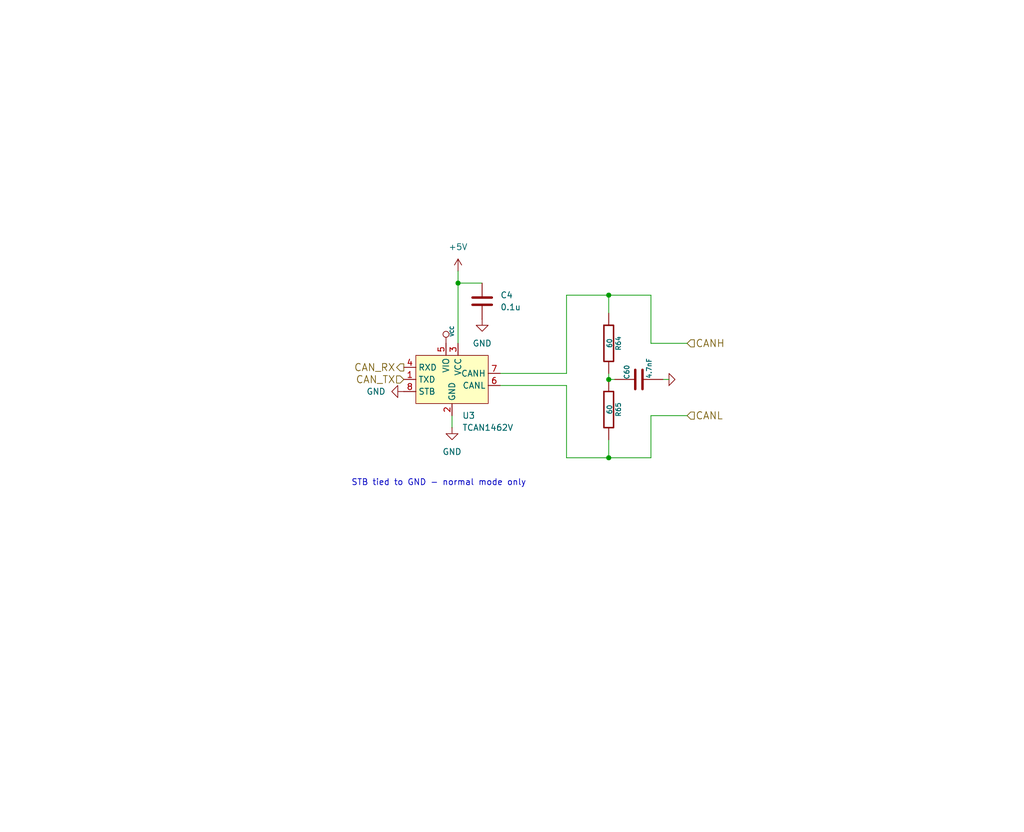
<source format=kicad_sch>
(kicad_sch (version 20250114) (generator "eeschema") (generator_version "9.0")
  (paper "User" 215.798 175.412)
  (title_block (title "Cheap FOCer 2") (date "2020-04-08") (rev "0.9") (company "Shaman Systems") (comment 1 "Root") (comment 4 "Top level"))
  (lib_symbols
    (symbol "BLDC_4-rescue:C-RESCUE-BLDC_4" (pin_numbers (hide yes)) (pin_names (offset 0.254))
      (property "Reference" "C" (at 0 2.54 0))
      (property "Value" "BLDC_4-rescue_C-RESCUE-BLDC_4" (at 0.1524 -2.159 0))
      (symbol "C-RESCUE-BLDC_4_0_1"
        (polyline (pts (xy -2.032 0.762) (xy 2.032 0.762)) (stroke (width 0.508)))
        (polyline (pts (xy -2.032 -0.762) (xy 2.032 -0.762)) (stroke (width 0.508)))
      )
      (symbol "C-RESCUE-BLDC_4_1_1"
        (pin passive line (at 0 5.08 270) (length 4.318) (name "~") (number "1"))
        (pin passive line (at 0 -5.08 90) (length 4.318) (name "~") (number "2"))
      )
    )
    (symbol "BLDC_4-rescue:GND-RESCUE-BLDC_4" (power) (pin_names (offset 0))
      (symbol "GND-RESCUE-BLDC_4_0_1"
        (polyline (pts (xy -1.27 0) (xy 0 -1.27) (xy 1.27 0) (xy -1.27 0)))
      )
      (symbol "GND-RESCUE-BLDC_4_1_1"
        (pin power_in line (at 0 0 90) (length 0) (hide yes) (name "GND") (number "1"))
      )
    )
    (symbol "BLDC_4-rescue:R-RESCUE-BLDC_4" (pin_numbers (hide yes)) (pin_names (offset 0))
      (property "Reference" "R" (at 2.032 0 90))
      (property "Value" "BLDC_4-rescue_R-RESCUE-BLDC_4" (at 0.1778 0.0254 90))
      (symbol "R-RESCUE-BLDC_4_0_1"
        (rectangle (start -1.016 3.81) (end 1.016 -3.81) (stroke (width 0.3048)))
      )
      (symbol "R-RESCUE-BLDC_4_1_1"
        (pin passive line (at 0 6.35 270) (length 2.54) (name "~") (number "1"))
        (pin passive line (at 0 -6.35 90) (length 2.54) (name "~") (number "2"))
      )
    )
    (symbol "BLDC_4-rescue:VCC" (power) (pin_names (offset 0))
      (property "Value" "BLDC_4-rescue_VCC" (at 0 3.81 0))
      (symbol "VCC_0_1"
        (circle (center 0 1.905) (radius 0.635))
        (polyline (pts (xy 0 0) (xy 0 1.27)))
      )
      (symbol "VCC_1_1"
        (pin power_in line (at 0 0 90) (length 0) (hide yes) (name "VCC") (number "1"))
      )
    )
    (symbol "Bluesat:TCAN1462V"
      (property "Reference" "U" (at 1.905 8.255 0))
      (property "Value" "TCAN1462V" (at 1.905 6.35 0))
      (symbol "TCAN1462V_1_1"
        (rectangle (start -7.62 5.08) (end 7.62 -5.08) (fill (type background)))
        (pin input line (at -10.16 2.54 0) (length 2.54) (name "RXD") (number "4"))
        (pin input line (at -10.16 0 0) (length 2.54) (name "TXD") (number "1"))
        (pin input line (at -10.16 -2.54 0) (length 2.54) (name "STB") (number "8"))
        (pin input line (at -1.27 7.62 270) (length 2.54) (name "VIO") (number "5"))
        (pin input line (at 0 -7.62 90) (length 2.54) (name "GND") (number "2"))
        (pin input line (at 0 -7.62 90) (length 2.54) (hide yes) (name "EP") (number "9"))
        (pin input line (at 1.27 7.62 270) (length 2.54) (name "VCC") (number "3"))
        (pin input line (at 10.16 1.27 180) (length 2.54) (name "CANH") (number "7"))
        (pin input line (at 10.16 -1.27 180) (length 2.54) (name "CANL") (number "6"))
      )
    )
    (symbol "Device:C" (pin_numbers (hide yes)) (pin_names (offset 0.254))
      (property "Reference" "C" (at 0.635 2.54 0))
      (property "Value" "C" (at 0.635 -2.54 0))
      (symbol "C_0_1"
        (polyline (pts (xy -2.032 0.762) (xy 2.032 0.762)) (stroke (width 0.508)))
        (polyline (pts (xy -2.032 -0.762) (xy 2.032 -0.762)) (stroke (width 0.508)))
      )
      (symbol "C_1_1"
        (pin passive line (at 0 3.81 270) (length 2.794) (name "~") (number "1"))
        (pin passive line (at 0 -3.81 90) (length 2.794) (name "~") (number "2"))
      )
    )
    (symbol "power:+5V" (power) (pin_numbers (hide yes)) (pin_names (offset 0) (hide yes))
      (property "Value" "+5V" (at 0 3.556 0))
      (symbol "+5V_0_1"
        (polyline (pts (xy -0.762 1.27) (xy 0 2.54)))
        (polyline (pts (xy 0 2.54) (xy 0.762 1.27)))
        (polyline (pts (xy 0 0) (xy 0 2.54)))
      )
      (symbol "+5V_1_1"
        (pin power_in line (at 0 0 90) (length 0) (name "~") (number "1"))
      )
    )
    (symbol "power:GND" (power) (pin_numbers (hide yes)) (pin_names (offset 0) (hide yes))
      (property "Value" "GND" (at 0 -3.81 0))
      (symbol "GND_0_1"
        (polyline (pts (xy 0 0) (xy 0 -1.27) (xy 1.27 -1.27) (xy 0 -2.54) (xy -1.27 -1.27) (xy 0 -1.27)))
      )
      (symbol "GND_1_1"
        (pin power_in line (at 0 0 270) (length 0) (name "~") (number "1"))
      )
    )
  )
  (text "STB tied to GND - normal mode only\n" (at 92.456 101.854 0) (effects (font (size 1.27 1.27))))
  (junction (at 128.27 62.23))
  (junction (at 128.27 80.01))
  (junction (at 128.27 96.52))
  (junction (at 96.52 59.69))
  (wire (pts (xy 129.54 80.01) (xy 128.27 80.01)))
  (wire (pts (xy 137.16 62.23) (xy 128.27 62.23)))
  (wire (pts (xy 119.38 62.23) (xy 128.27 62.23)))
  (wire (pts (xy 137.16 72.39) (xy 137.16 62.23)))
  (wire (pts (xy 128.27 96.52) (xy 128.27 92.71)))
  (wire (pts (xy 105.41 81.28) (xy 119.38 81.28)))
  (wire (pts (xy 96.52 72.39) (xy 96.52 59.69)))
  (wire (pts (xy 128.27 62.23) (xy 128.27 66.04)))
  (wire (pts (xy 119.38 81.28) (xy 119.38 96.52)))
  (wire (pts (xy 144.78 72.39) (xy 137.16 72.39)))
  (wire (pts (xy 140.97 80.01) (xy 139.7 80.01)))
  (wire (pts (xy 96.52 59.69) (xy 96.52 57.15)))
  (wire (pts (xy 101.6 59.69) (xy 96.52 59.69)))
  (wire (pts (xy 95.25 87.63) (xy 95.25 90.17)))
  (wire (pts (xy 105.41 78.74) (xy 119.38 78.74)))
  (wire (pts (xy 119.38 78.74) (xy 119.38 62.23)))
  (wire (pts (xy 119.38 96.52) (xy 128.27 96.52)))
  (wire (pts (xy 144.78 87.63) (xy 137.16 87.63)))
  (wire (pts (xy 137.16 96.52) (xy 128.27 96.52)))
  (wire (pts (xy 137.16 87.63) (xy 137.16 96.52)))
  (wire (pts (xy 128.27 78.74) (xy 128.27 80.01)))
  (hierarchical_label "CAN_RX" (shape output) (at 85.09 77.47 180) (effects (font (size 1.524 1.524))))
  (hierarchical_label "CANL" (shape input) (at 144.78 87.63 0) (effects (font (size 1.524 1.524))))
  (hierarchical_label "CAN_TX" (shape input) (at 85.09 80.01 180) (effects (font (size 1.524 1.524))))
  (hierarchical_label "CANH" (shape input) (at 144.78 72.39 0) (effects (font (size 1.524 1.524))))
  (symbol (lib_id "BLDC_4-rescue:GND-RESCUE-BLDC_4") (at 140.97 80.01 90) (unit 1)
    (property "Reference" "#PWR088" (effects (hide yes)))
    (property "Value" "GND" (effects (hide yes)))
  )
  (symbol (lib_id "power:GND") (at 95.25 90.17 0) (unit 1)
    (property "Reference" "#PWR03" (effects (hide yes)))
    (property "Value" "GND" (at 95.25 95.25 0))
    (property "Description" "Power symbol creates a global label with name \"GND\" , ground" (effects (hide yes)))
  )
  (symbol (lib_id "power:GND") (at 101.6 67.31 0) (unit 1)
    (property "Reference" "#PWR043" (effects (hide yes)))
    (property "Value" "GND" (at 101.6 72.39 0))
    (property "Description" "Power symbol creates a global label with name \"GND\" , ground" (effects (hide yes)))
  )
  (symbol (lib_id "power:+5V") (at 96.52 57.15 0) (unit 1)
    (property "Reference" "#PWR016" (effects (hide yes)))
    (property "Value" "+5V" (at 96.52 52.07 0))
    (property "Description" "Power symbol creates a global label with name \"+5V\"" (effects (hide yes)))
  )
  (symbol (lib_id "BLDC_4-rescue:R-RESCUE-BLDC_4") (at 128.27 72.39 0) (unit 1)
    (property "Reference" "R64" (at 130.302 72.39 90) (effects (font (size 1.016 1.016))))
    (property "Value" "60" (at 128.4478 72.3646 90) (effects (font (size 1.016 1.016))))
    (property "Footprint" "Resistor_SMD:R_0603_1608Metric" (effects (hide yes)))
  )
  (symbol (lib_id "BLDC_4-rescue:VCC") (at 93.98 72.39 0) (unit 1)
    (property "Reference" "#PWR089" (effects (hide yes)))
    (property "Value" "VCC" (at 95.25 69.85 90) (effects (font (size 0.762 0.762))))
  )
  (symbol (lib_id "Bluesat:TCAN1462V") (at 95.25 80.01 0) (unit 1)
    (property "Reference" "U3" (at 97.3933 87.63 0) (effects (justify left)))
    (property "Value" "TCAN1462V" (at 97.3933 90.17 0) (effects (justify left)))
  )
  (symbol (lib_id "Device:C") (at 101.6 63.5 0) (unit 1)
    (property "Reference" "C4" (at 105.41 62.2299 0) (effects (justify left)))
    (property "Value" "0.1u" (at 105.41 64.7699 0) (effects (justify left)))
    (property "Description" "Unpolarized capacitor" (effects (hide yes)))
  )
  (symbol (lib_id "power:GND") (at 85.09 82.55 270) (unit 1)
    (property "Reference" "#PWR054" (effects (hide yes)))
    (property "Value" "GND" (at 81.28 82.5499 90) (effects (justify right)))
    (property "Description" "Power symbol creates a global label with name \"GND\" , ground" (effects (hide yes)))
  )
  (symbol (lib_id "BLDC_4-rescue:C-RESCUE-BLDC_4") (at 134.62 80.01 90) (unit 1)
    (property "Reference" "C60" (at 132.08 80.01 0) (effects (font (size 1.016 1.016)) (justify left)))
    (property "Value" "4.7nF" (at 136.779 79.8576 0) (effects (font (size 1.016 1.016)) (justify left)))
    (property "Footprint" "Capacitor_SMD:C_0603_1608Metric" (effects (hide yes)))
  )
  (symbol (lib_id "BLDC_4-rescue:R-RESCUE-BLDC_4") (at 128.27 86.36 0) (unit 1)
    (property "Reference" "R65" (at 130.302 86.36 90) (effects (font (size 1.016 1.016))))
    (property "Value" "60" (at 128.4478 86.3346 90) (effects (font (size 1.016 1.016))))
    (property "Footprint" "Resistor_SMD:R_0603_1608Metric" (effects (hide yes)))
  )
)
</source>
